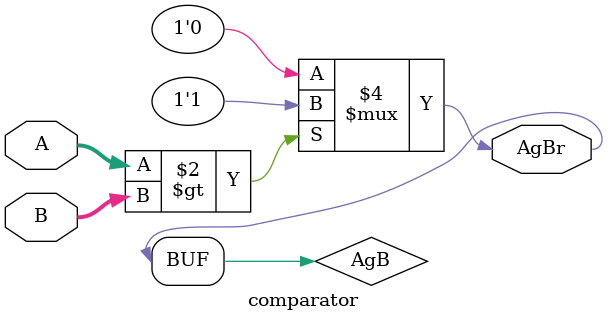
<source format=v>
module comparator(A,B,AgBr);
	input [1:0] A,B;
	output AgBr;
	reg AgB;
	assign AgBr = AgB;
	always@(A or B)
		begin
			if (A>B)
				AgB=1'b1;
			else AgB=1'b0;
		end
endmodule
</source>
